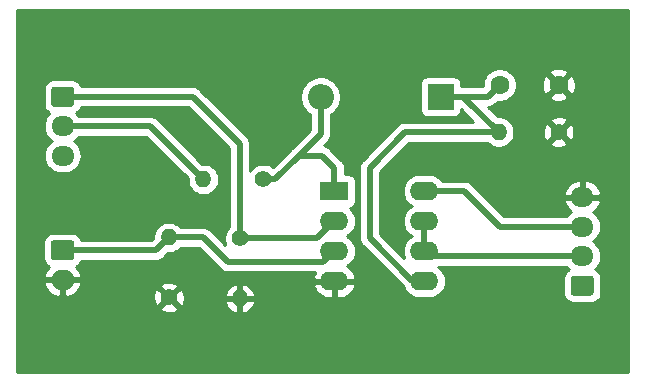
<source format=gbr>
%TF.GenerationSoftware,KiCad,Pcbnew,5.1.10-88a1d61d58~90~ubuntu20.04.1*%
%TF.CreationDate,2022-03-31T22:16:58+01:00*%
%TF.ProjectId,piezo_amplifier,7069657a-6f5f-4616-9d70-6c6966696572,rev?*%
%TF.SameCoordinates,Original*%
%TF.FileFunction,Copper,L2,Bot*%
%TF.FilePolarity,Positive*%
%FSLAX46Y46*%
G04 Gerber Fmt 4.6, Leading zero omitted, Abs format (unit mm)*
G04 Created by KiCad (PCBNEW 5.1.10-88a1d61d58~90~ubuntu20.04.1) date 2022-03-31 22:16:58*
%MOMM*%
%LPD*%
G01*
G04 APERTURE LIST*
%TA.AperFunction,ComponentPad*%
%ADD10C,1.400000*%
%TD*%
%TA.AperFunction,ComponentPad*%
%ADD11O,1.400000X1.400000*%
%TD*%
%TA.AperFunction,ComponentPad*%
%ADD12C,1.600000*%
%TD*%
%TA.AperFunction,ComponentPad*%
%ADD13R,2.200000X2.200000*%
%TD*%
%TA.AperFunction,ComponentPad*%
%ADD14O,2.200000X2.200000*%
%TD*%
%TA.AperFunction,ComponentPad*%
%ADD15O,2.000000X1.700000*%
%TD*%
%TA.AperFunction,ComponentPad*%
%ADD16O,1.950000X1.700000*%
%TD*%
%TA.AperFunction,ComponentPad*%
%ADD17R,2.400000X1.600000*%
%TD*%
%TA.AperFunction,ComponentPad*%
%ADD18O,2.400000X1.600000*%
%TD*%
%TA.AperFunction,Conductor*%
%ADD19C,0.500000*%
%TD*%
%TA.AperFunction,Conductor*%
%ADD20C,0.254000*%
%TD*%
%TA.AperFunction,Conductor*%
%ADD21C,0.100000*%
%TD*%
G04 APERTURE END LIST*
D10*
%TO.P,R3,1*%
%TO.N,Net-(D1-Pad2)*%
X97000000Y-117000000D03*
D11*
%TO.P,R3,2*%
%TO.N,Net-(R3-Pad2)*%
X91920000Y-117000000D03*
%TD*%
D12*
%TO.P,C1,1*%
%TO.N,GND*%
X122000000Y-109000000D03*
%TO.P,C1,2*%
%TO.N,Net-(C1-Pad2)*%
X117000000Y-109000000D03*
%TD*%
D13*
%TO.P,D1,1*%
%TO.N,Net-(C1-Pad2)*%
X112000000Y-110000000D03*
D14*
%TO.P,D1,2*%
%TO.N,Net-(D1-Pad2)*%
X101840000Y-110000000D03*
%TD*%
%TO.P,J1,1*%
%TO.N,Net-(J1-Pad1)*%
%TA.AperFunction,ComponentPad*%
G36*
G01*
X79250000Y-122150000D02*
X80750000Y-122150000D01*
G75*
G02*
X81000000Y-122400000I0J-250000D01*
G01*
X81000000Y-123600000D01*
G75*
G02*
X80750000Y-123850000I-250000J0D01*
G01*
X79250000Y-123850000D01*
G75*
G02*
X79000000Y-123600000I0J250000D01*
G01*
X79000000Y-122400000D01*
G75*
G02*
X79250000Y-122150000I250000J0D01*
G01*
G37*
%TD.AperFunction*%
D15*
%TO.P,J1,2*%
%TO.N,GND*%
X80000000Y-125500000D03*
%TD*%
%TO.P,J2,1*%
%TO.N,Net-(J2-Pad1)*%
%TA.AperFunction,ComponentPad*%
G36*
G01*
X124725000Y-126850000D02*
X123275000Y-126850000D01*
G75*
G02*
X123025000Y-126600000I0J250000D01*
G01*
X123025000Y-125400000D01*
G75*
G02*
X123275000Y-125150000I250000J0D01*
G01*
X124725000Y-125150000D01*
G75*
G02*
X124975000Y-125400000I0J-250000D01*
G01*
X124975000Y-126600000D01*
G75*
G02*
X124725000Y-126850000I-250000J0D01*
G01*
G37*
%TD.AperFunction*%
D16*
%TO.P,J2,2*%
%TO.N,Net-(J2-Pad2)*%
X124000000Y-123500000D03*
%TO.P,J2,3*%
%TO.N,+5V*%
X124000000Y-121000000D03*
%TO.P,J2,4*%
%TO.N,GND*%
X124000000Y-118500000D03*
%TD*%
D11*
%TO.P,R1,2*%
%TO.N,Net-(J1-Pad1)*%
X89000000Y-121920000D03*
D10*
%TO.P,R1,1*%
%TO.N,GND*%
X89000000Y-127000000D03*
%TD*%
%TO.P,R2,1*%
%TO.N,Net-(R2-Pad1)*%
X95000000Y-122000000D03*
D11*
%TO.P,R2,2*%
%TO.N,GND*%
X95000000Y-127080000D03*
%TD*%
%TO.P,R4,2*%
%TO.N,Net-(C1-Pad2)*%
X116920000Y-113000000D03*
D10*
%TO.P,R4,1*%
%TO.N,GND*%
X122000000Y-113000000D03*
%TD*%
%TO.P,RV1,1*%
%TO.N,Net-(R2-Pad1)*%
%TA.AperFunction,ComponentPad*%
G36*
G01*
X79275000Y-109150000D02*
X80725000Y-109150000D01*
G75*
G02*
X80975000Y-109400000I0J-250000D01*
G01*
X80975000Y-110600000D01*
G75*
G02*
X80725000Y-110850000I-250000J0D01*
G01*
X79275000Y-110850000D01*
G75*
G02*
X79025000Y-110600000I0J250000D01*
G01*
X79025000Y-109400000D01*
G75*
G02*
X79275000Y-109150000I250000J0D01*
G01*
G37*
%TD.AperFunction*%
D16*
%TO.P,RV1,2*%
%TO.N,Net-(R3-Pad2)*%
X80000000Y-112500000D03*
%TO.P,RV1,3*%
%TO.N,Net-(RV1-Pad3)*%
X80000000Y-115000000D03*
%TD*%
D17*
%TO.P,U1,1*%
%TO.N,Net-(D1-Pad2)*%
X103000000Y-118000000D03*
D18*
%TO.P,U1,5*%
%TO.N,Net-(C1-Pad2)*%
X110620000Y-125620000D03*
%TO.P,U1,2*%
%TO.N,Net-(R2-Pad1)*%
X103000000Y-120540000D03*
%TO.P,U1,6*%
%TO.N,Net-(J2-Pad2)*%
X110620000Y-123080000D03*
%TO.P,U1,3*%
%TO.N,Net-(J1-Pad1)*%
X103000000Y-123080000D03*
%TO.P,U1,7*%
%TO.N,Net-(J2-Pad2)*%
X110620000Y-120540000D03*
%TO.P,U1,4*%
%TO.N,GND*%
X103000000Y-125620000D03*
%TO.P,U1,8*%
%TO.N,+5V*%
X110620000Y-118000000D03*
%TD*%
D19*
%TO.N,Net-(C1-Pad2)*%
X116000000Y-110000000D02*
X117000000Y-109000000D01*
X114000000Y-110080000D02*
X116920000Y-113000000D01*
X114000000Y-110000000D02*
X114000000Y-110080000D01*
X112000000Y-110000000D02*
X114000000Y-110000000D01*
X114000000Y-110000000D02*
X116000000Y-110000000D01*
X116920000Y-113000000D02*
X109000000Y-113000000D01*
X109000000Y-113000000D02*
X106000000Y-116000000D01*
X106000000Y-116000000D02*
X106000000Y-122000000D01*
X109620000Y-125620000D02*
X110620000Y-125620000D01*
X106000000Y-122000000D02*
X109620000Y-125620000D01*
%TO.N,Net-(D1-Pad2)*%
X97000000Y-117000000D02*
X98000000Y-117000000D01*
X101840000Y-113160000D02*
X101840000Y-110000000D01*
X98000000Y-117000000D02*
X100000000Y-115000000D01*
X100000000Y-115000000D02*
X102000000Y-115000000D01*
X100000000Y-115000000D02*
X101840000Y-113160000D01*
X102000000Y-115000000D02*
X103000000Y-116000000D01*
X103000000Y-116000000D02*
X103000000Y-118000000D01*
%TO.N,Net-(J1-Pad1)*%
X102080000Y-124000000D02*
X103000000Y-123080000D01*
X94000000Y-124000000D02*
X102080000Y-124000000D01*
X91920000Y-121920000D02*
X94000000Y-124000000D01*
X89000000Y-121920000D02*
X91920000Y-121920000D01*
X87920000Y-123000000D02*
X89000000Y-121920000D01*
X80000000Y-123000000D02*
X87920000Y-123000000D01*
%TO.N,Net-(J2-Pad2)*%
X111040000Y-123500000D02*
X110620000Y-123080000D01*
X124000000Y-123500000D02*
X111040000Y-123500000D01*
X110620000Y-120540000D02*
X110620000Y-123080000D01*
%TO.N,+5V*%
X124000000Y-121000000D02*
X117000000Y-121000000D01*
X114000000Y-118000000D02*
X110620000Y-118000000D01*
X117000000Y-121000000D02*
X114000000Y-118000000D01*
%TO.N,Net-(R2-Pad1)*%
X101540000Y-122000000D02*
X103000000Y-120540000D01*
X95000000Y-122000000D02*
X101540000Y-122000000D01*
X95000000Y-114000000D02*
X95000000Y-122000000D01*
X91000000Y-110000000D02*
X95000000Y-114000000D01*
X80000000Y-110000000D02*
X91000000Y-110000000D01*
%TO.N,Net-(R3-Pad2)*%
X87420000Y-112500000D02*
X91920000Y-117000000D01*
X80000000Y-112500000D02*
X87420000Y-112500000D01*
%TD*%
D20*
%TO.N,GND*%
X127873000Y-133340000D02*
X76127000Y-133340000D01*
X76127000Y-127921269D01*
X88258336Y-127921269D01*
X88317797Y-128155037D01*
X88556242Y-128265934D01*
X88811740Y-128328183D01*
X89074473Y-128339390D01*
X89334344Y-128299125D01*
X89581366Y-128208935D01*
X89682203Y-128155037D01*
X89741664Y-127921269D01*
X89000000Y-127179605D01*
X88258336Y-127921269D01*
X76127000Y-127921269D01*
X76127000Y-127074473D01*
X87660610Y-127074473D01*
X87700875Y-127334344D01*
X87791065Y-127581366D01*
X87844963Y-127682203D01*
X88078731Y-127741664D01*
X88820395Y-127000000D01*
X89179605Y-127000000D01*
X89921269Y-127741664D01*
X90155037Y-127682203D01*
X90265934Y-127443758D01*
X90273347Y-127413330D01*
X93707278Y-127413330D01*
X93797147Y-127659123D01*
X93933241Y-127882660D01*
X94110330Y-128075351D01*
X94321608Y-128229792D01*
X94558956Y-128340047D01*
X94666671Y-128372716D01*
X94873000Y-128249374D01*
X94873000Y-127207000D01*
X95127000Y-127207000D01*
X95127000Y-128249374D01*
X95333329Y-128372716D01*
X95441044Y-128340047D01*
X95678392Y-128229792D01*
X95889670Y-128075351D01*
X96066759Y-127882660D01*
X96202853Y-127659123D01*
X96292722Y-127413330D01*
X96170201Y-127207000D01*
X95127000Y-127207000D01*
X94873000Y-127207000D01*
X93829799Y-127207000D01*
X93707278Y-127413330D01*
X90273347Y-127413330D01*
X90328183Y-127188260D01*
X90339390Y-126925527D01*
X90311678Y-126746670D01*
X93707278Y-126746670D01*
X93829799Y-126953000D01*
X94873000Y-126953000D01*
X94873000Y-125910626D01*
X95127000Y-125910626D01*
X95127000Y-126953000D01*
X96170201Y-126953000D01*
X96292722Y-126746670D01*
X96202853Y-126500877D01*
X96066759Y-126277340D01*
X95889670Y-126084649D01*
X95731514Y-125969039D01*
X101208096Y-125969039D01*
X101225633Y-126051818D01*
X101336285Y-126311646D01*
X101495500Y-126544895D01*
X101697161Y-126742601D01*
X101933517Y-126897166D01*
X102195486Y-127002650D01*
X102473000Y-127055000D01*
X102873000Y-127055000D01*
X102873000Y-125747000D01*
X103127000Y-125747000D01*
X103127000Y-127055000D01*
X103527000Y-127055000D01*
X103804514Y-127002650D01*
X104066483Y-126897166D01*
X104302839Y-126742601D01*
X104504500Y-126544895D01*
X104663715Y-126311646D01*
X104774367Y-126051818D01*
X104791904Y-125969039D01*
X104669915Y-125747000D01*
X103127000Y-125747000D01*
X102873000Y-125747000D01*
X101330085Y-125747000D01*
X101208096Y-125969039D01*
X95731514Y-125969039D01*
X95678392Y-125930208D01*
X95441044Y-125819953D01*
X95333329Y-125787284D01*
X95127000Y-125910626D01*
X94873000Y-125910626D01*
X94666671Y-125787284D01*
X94558956Y-125819953D01*
X94321608Y-125930208D01*
X94110330Y-126084649D01*
X93933241Y-126277340D01*
X93797147Y-126500877D01*
X93707278Y-126746670D01*
X90311678Y-126746670D01*
X90299125Y-126665656D01*
X90208935Y-126418634D01*
X90155037Y-126317797D01*
X89921269Y-126258336D01*
X89179605Y-127000000D01*
X88820395Y-127000000D01*
X88078731Y-126258336D01*
X87844963Y-126317797D01*
X87734066Y-126556242D01*
X87671817Y-126811740D01*
X87660610Y-127074473D01*
X76127000Y-127074473D01*
X76127000Y-125856890D01*
X78408524Y-125856890D01*
X78410446Y-125869261D01*
X78510146Y-126143009D01*
X78661336Y-126392046D01*
X78858205Y-126606802D01*
X79093188Y-126779025D01*
X79357255Y-126902096D01*
X79640258Y-126971285D01*
X79873000Y-126827232D01*
X79873000Y-125627000D01*
X80127000Y-125627000D01*
X80127000Y-126827232D01*
X80359742Y-126971285D01*
X80642745Y-126902096D01*
X80906812Y-126779025D01*
X81141795Y-126606802D01*
X81338664Y-126392046D01*
X81489854Y-126143009D01*
X81513264Y-126078731D01*
X88258336Y-126078731D01*
X89000000Y-126820395D01*
X89741664Y-126078731D01*
X89682203Y-125844963D01*
X89443758Y-125734066D01*
X89188260Y-125671817D01*
X88925527Y-125660610D01*
X88665656Y-125700875D01*
X88418634Y-125791065D01*
X88317797Y-125844963D01*
X88258336Y-126078731D01*
X81513264Y-126078731D01*
X81589554Y-125869261D01*
X81591476Y-125856890D01*
X81470155Y-125627000D01*
X80127000Y-125627000D01*
X79873000Y-125627000D01*
X78529845Y-125627000D01*
X78408524Y-125856890D01*
X76127000Y-125856890D01*
X76127000Y-122400000D01*
X78361928Y-122400000D01*
X78361928Y-123600000D01*
X78378992Y-123773254D01*
X78429528Y-123939850D01*
X78511595Y-124093386D01*
X78622038Y-124227962D01*
X78756614Y-124338405D01*
X78858593Y-124392914D01*
X78858205Y-124393198D01*
X78661336Y-124607954D01*
X78510146Y-124856991D01*
X78410446Y-125130739D01*
X78408524Y-125143110D01*
X78529845Y-125373000D01*
X79873000Y-125373000D01*
X79873000Y-125353000D01*
X80127000Y-125353000D01*
X80127000Y-125373000D01*
X81470155Y-125373000D01*
X81591476Y-125143110D01*
X81589554Y-125130739D01*
X81489854Y-124856991D01*
X81338664Y-124607954D01*
X81141795Y-124393198D01*
X81141407Y-124392914D01*
X81243386Y-124338405D01*
X81377962Y-124227962D01*
X81488405Y-124093386D01*
X81570472Y-123939850D01*
X81587110Y-123885000D01*
X87876531Y-123885000D01*
X87920000Y-123889281D01*
X87963469Y-123885000D01*
X87963477Y-123885000D01*
X88093490Y-123872195D01*
X88260313Y-123821589D01*
X88414059Y-123739411D01*
X88548817Y-123628817D01*
X88576534Y-123595044D01*
X88916578Y-123255000D01*
X89131486Y-123255000D01*
X89389405Y-123203696D01*
X89632359Y-123103061D01*
X89851013Y-122956962D01*
X90002975Y-122805000D01*
X91553422Y-122805000D01*
X93343470Y-124595049D01*
X93371183Y-124628817D01*
X93404951Y-124656530D01*
X93404953Y-124656532D01*
X93451954Y-124695105D01*
X93505941Y-124739411D01*
X93659687Y-124821589D01*
X93826510Y-124872195D01*
X93956523Y-124885000D01*
X93956533Y-124885000D01*
X93999999Y-124889281D01*
X94043465Y-124885000D01*
X101365878Y-124885000D01*
X101336285Y-124928354D01*
X101225633Y-125188182D01*
X101208096Y-125270961D01*
X101330085Y-125493000D01*
X102873000Y-125493000D01*
X102873000Y-125473000D01*
X103127000Y-125473000D01*
X103127000Y-125493000D01*
X104669915Y-125493000D01*
X104791904Y-125270961D01*
X104774367Y-125188182D01*
X104663715Y-124928354D01*
X104504500Y-124695105D01*
X104302839Y-124497399D01*
X104073259Y-124347265D01*
X104201101Y-124278932D01*
X104419608Y-124099608D01*
X104598932Y-123881101D01*
X104732182Y-123631808D01*
X104814236Y-123361309D01*
X104841943Y-123080000D01*
X104814236Y-122798691D01*
X104732182Y-122528192D01*
X104598932Y-122278899D01*
X104419608Y-122060392D01*
X104201101Y-121881068D01*
X104068142Y-121810000D01*
X104201101Y-121738932D01*
X104419608Y-121559608D01*
X104598932Y-121341101D01*
X104732182Y-121091808D01*
X104814236Y-120821309D01*
X104841943Y-120540000D01*
X104814236Y-120258691D01*
X104732182Y-119988192D01*
X104598932Y-119738899D01*
X104419608Y-119520392D01*
X104306518Y-119427581D01*
X104324482Y-119425812D01*
X104444180Y-119389502D01*
X104554494Y-119330537D01*
X104651185Y-119251185D01*
X104730537Y-119154494D01*
X104789502Y-119044180D01*
X104825812Y-118924482D01*
X104838072Y-118800000D01*
X104838072Y-117200000D01*
X104825812Y-117075518D01*
X104789502Y-116955820D01*
X104730537Y-116845506D01*
X104651185Y-116748815D01*
X104554494Y-116669463D01*
X104444180Y-116610498D01*
X104324482Y-116574188D01*
X104200000Y-116561928D01*
X103885000Y-116561928D01*
X103885000Y-116043469D01*
X103889281Y-116000000D01*
X105110719Y-116000000D01*
X105115000Y-116043469D01*
X105115001Y-121956521D01*
X105110719Y-122000000D01*
X105127805Y-122173490D01*
X105178412Y-122340313D01*
X105260590Y-122494059D01*
X105343468Y-122595046D01*
X105343471Y-122595049D01*
X105371184Y-122628817D01*
X105404951Y-122656529D01*
X108873705Y-126125284D01*
X108887818Y-126171808D01*
X109021068Y-126421101D01*
X109200392Y-126639608D01*
X109418899Y-126818932D01*
X109668192Y-126952182D01*
X109938691Y-127034236D01*
X110149508Y-127055000D01*
X111090492Y-127055000D01*
X111301309Y-127034236D01*
X111571808Y-126952182D01*
X111821101Y-126818932D01*
X112039608Y-126639608D01*
X112218932Y-126421101D01*
X112352182Y-126171808D01*
X112434236Y-125901309D01*
X112461943Y-125620000D01*
X112434236Y-125338691D01*
X112352182Y-125068192D01*
X112218932Y-124818899D01*
X112039608Y-124600392D01*
X111821101Y-124421068D01*
X111753623Y-124385000D01*
X122680241Y-124385000D01*
X122819866Y-124555134D01*
X122883337Y-124607223D01*
X122781614Y-124661595D01*
X122647038Y-124772038D01*
X122536595Y-124906614D01*
X122454528Y-125060150D01*
X122403992Y-125226746D01*
X122386928Y-125400000D01*
X122386928Y-126600000D01*
X122403992Y-126773254D01*
X122454528Y-126939850D01*
X122536595Y-127093386D01*
X122647038Y-127227962D01*
X122781614Y-127338405D01*
X122935150Y-127420472D01*
X123101746Y-127471008D01*
X123275000Y-127488072D01*
X124725000Y-127488072D01*
X124898254Y-127471008D01*
X125064850Y-127420472D01*
X125218386Y-127338405D01*
X125352962Y-127227962D01*
X125463405Y-127093386D01*
X125545472Y-126939850D01*
X125596008Y-126773254D01*
X125613072Y-126600000D01*
X125613072Y-125400000D01*
X125596008Y-125226746D01*
X125545472Y-125060150D01*
X125463405Y-124906614D01*
X125352962Y-124772038D01*
X125218386Y-124661595D01*
X125116663Y-124607223D01*
X125180134Y-124555134D01*
X125365706Y-124329014D01*
X125503599Y-124071034D01*
X125588513Y-123791111D01*
X125617185Y-123500000D01*
X125588513Y-123208889D01*
X125503599Y-122928966D01*
X125365706Y-122670986D01*
X125180134Y-122444866D01*
X124954014Y-122259294D01*
X124936626Y-122250000D01*
X124954014Y-122240706D01*
X125180134Y-122055134D01*
X125365706Y-121829014D01*
X125503599Y-121571034D01*
X125588513Y-121291111D01*
X125617185Y-121000000D01*
X125588513Y-120708889D01*
X125503599Y-120428966D01*
X125365706Y-120170986D01*
X125180134Y-119944866D01*
X124954014Y-119759294D01*
X124928278Y-119745538D01*
X125134429Y-119589049D01*
X125327496Y-119371193D01*
X125474352Y-119119858D01*
X125566476Y-118856890D01*
X125445155Y-118627000D01*
X124127000Y-118627000D01*
X124127000Y-118647000D01*
X123873000Y-118647000D01*
X123873000Y-118627000D01*
X122554845Y-118627000D01*
X122433524Y-118856890D01*
X122525648Y-119119858D01*
X122672504Y-119371193D01*
X122865571Y-119589049D01*
X123071722Y-119745538D01*
X123045986Y-119759294D01*
X122819866Y-119944866D01*
X122680241Y-120115000D01*
X117366579Y-120115000D01*
X115394689Y-118143110D01*
X122433524Y-118143110D01*
X122554845Y-118373000D01*
X123873000Y-118373000D01*
X123873000Y-117173835D01*
X124127000Y-117173835D01*
X124127000Y-118373000D01*
X125445155Y-118373000D01*
X125566476Y-118143110D01*
X125474352Y-117880142D01*
X125327496Y-117628807D01*
X125134429Y-117410951D01*
X124902570Y-117234947D01*
X124640830Y-117107558D01*
X124359267Y-117033680D01*
X124127000Y-117173835D01*
X123873000Y-117173835D01*
X123640733Y-117033680D01*
X123359170Y-117107558D01*
X123097430Y-117234947D01*
X122865571Y-117410951D01*
X122672504Y-117628807D01*
X122525648Y-117880142D01*
X122433524Y-118143110D01*
X115394689Y-118143110D01*
X114656534Y-117404956D01*
X114628817Y-117371183D01*
X114494059Y-117260589D01*
X114340313Y-117178411D01*
X114173490Y-117127805D01*
X114043477Y-117115000D01*
X114043469Y-117115000D01*
X114000000Y-117110719D01*
X113956531Y-117115000D01*
X112150078Y-117115000D01*
X112039608Y-116980392D01*
X111821101Y-116801068D01*
X111571808Y-116667818D01*
X111301309Y-116585764D01*
X111090492Y-116565000D01*
X110149508Y-116565000D01*
X109938691Y-116585764D01*
X109668192Y-116667818D01*
X109418899Y-116801068D01*
X109200392Y-116980392D01*
X109021068Y-117198899D01*
X108887818Y-117448192D01*
X108805764Y-117718691D01*
X108778057Y-118000000D01*
X108805764Y-118281309D01*
X108887818Y-118551808D01*
X109021068Y-118801101D01*
X109200392Y-119019608D01*
X109418899Y-119198932D01*
X109551858Y-119270000D01*
X109418899Y-119341068D01*
X109200392Y-119520392D01*
X109021068Y-119738899D01*
X108887818Y-119988192D01*
X108805764Y-120258691D01*
X108778057Y-120540000D01*
X108805764Y-120821309D01*
X108887818Y-121091808D01*
X109021068Y-121341101D01*
X109200392Y-121559608D01*
X109418899Y-121738932D01*
X109551858Y-121810000D01*
X109418899Y-121881068D01*
X109200392Y-122060392D01*
X109021068Y-122278899D01*
X108887818Y-122528192D01*
X108805764Y-122798691D01*
X108778057Y-123080000D01*
X108805764Y-123361309D01*
X108887818Y-123631808D01*
X108892906Y-123641328D01*
X106885000Y-121633422D01*
X106885000Y-116366578D01*
X109366579Y-113885000D01*
X115917025Y-113885000D01*
X116068987Y-114036962D01*
X116287641Y-114183061D01*
X116530595Y-114283696D01*
X116788514Y-114335000D01*
X117051486Y-114335000D01*
X117309405Y-114283696D01*
X117552359Y-114183061D01*
X117771013Y-114036962D01*
X117886706Y-113921269D01*
X121258336Y-113921269D01*
X121317797Y-114155037D01*
X121556242Y-114265934D01*
X121811740Y-114328183D01*
X122074473Y-114339390D01*
X122334344Y-114299125D01*
X122581366Y-114208935D01*
X122682203Y-114155037D01*
X122741664Y-113921269D01*
X122000000Y-113179605D01*
X121258336Y-113921269D01*
X117886706Y-113921269D01*
X117956962Y-113851013D01*
X118103061Y-113632359D01*
X118203696Y-113389405D01*
X118255000Y-113131486D01*
X118255000Y-113074473D01*
X120660610Y-113074473D01*
X120700875Y-113334344D01*
X120791065Y-113581366D01*
X120844963Y-113682203D01*
X121078731Y-113741664D01*
X121820395Y-113000000D01*
X122179605Y-113000000D01*
X122921269Y-113741664D01*
X123155037Y-113682203D01*
X123265934Y-113443758D01*
X123328183Y-113188260D01*
X123339390Y-112925527D01*
X123299125Y-112665656D01*
X123208935Y-112418634D01*
X123155037Y-112317797D01*
X122921269Y-112258336D01*
X122179605Y-113000000D01*
X121820395Y-113000000D01*
X121078731Y-112258336D01*
X120844963Y-112317797D01*
X120734066Y-112556242D01*
X120671817Y-112811740D01*
X120660610Y-113074473D01*
X118255000Y-113074473D01*
X118255000Y-112868514D01*
X118203696Y-112610595D01*
X118103061Y-112367641D01*
X117956962Y-112148987D01*
X117886706Y-112078731D01*
X121258336Y-112078731D01*
X122000000Y-112820395D01*
X122741664Y-112078731D01*
X122682203Y-111844963D01*
X122443758Y-111734066D01*
X122188260Y-111671817D01*
X121925527Y-111660610D01*
X121665656Y-111700875D01*
X121418634Y-111791065D01*
X121317797Y-111844963D01*
X121258336Y-112078731D01*
X117886706Y-112078731D01*
X117771013Y-111963038D01*
X117552359Y-111816939D01*
X117309405Y-111716304D01*
X117051486Y-111665000D01*
X116836579Y-111665000D01*
X116055404Y-110883825D01*
X116173490Y-110872195D01*
X116340313Y-110821589D01*
X116494059Y-110739411D01*
X116628817Y-110628817D01*
X116656534Y-110595044D01*
X116823561Y-110428017D01*
X116858665Y-110435000D01*
X117141335Y-110435000D01*
X117418574Y-110379853D01*
X117679727Y-110271680D01*
X117914759Y-110114637D01*
X118036694Y-109992702D01*
X121186903Y-109992702D01*
X121258486Y-110236671D01*
X121513996Y-110357571D01*
X121788184Y-110426300D01*
X122070512Y-110440217D01*
X122350130Y-110398787D01*
X122616292Y-110303603D01*
X122741514Y-110236671D01*
X122813097Y-109992702D01*
X122000000Y-109179605D01*
X121186903Y-109992702D01*
X118036694Y-109992702D01*
X118114637Y-109914759D01*
X118271680Y-109679727D01*
X118379853Y-109418574D01*
X118435000Y-109141335D01*
X118435000Y-109070512D01*
X120559783Y-109070512D01*
X120601213Y-109350130D01*
X120696397Y-109616292D01*
X120763329Y-109741514D01*
X121007298Y-109813097D01*
X121820395Y-109000000D01*
X122179605Y-109000000D01*
X122992702Y-109813097D01*
X123236671Y-109741514D01*
X123357571Y-109486004D01*
X123426300Y-109211816D01*
X123440217Y-108929488D01*
X123398787Y-108649870D01*
X123303603Y-108383708D01*
X123236671Y-108258486D01*
X122992702Y-108186903D01*
X122179605Y-109000000D01*
X121820395Y-109000000D01*
X121007298Y-108186903D01*
X120763329Y-108258486D01*
X120642429Y-108513996D01*
X120573700Y-108788184D01*
X120559783Y-109070512D01*
X118435000Y-109070512D01*
X118435000Y-108858665D01*
X118379853Y-108581426D01*
X118271680Y-108320273D01*
X118114637Y-108085241D01*
X118036694Y-108007298D01*
X121186903Y-108007298D01*
X122000000Y-108820395D01*
X122813097Y-108007298D01*
X122741514Y-107763329D01*
X122486004Y-107642429D01*
X122211816Y-107573700D01*
X121929488Y-107559783D01*
X121649870Y-107601213D01*
X121383708Y-107696397D01*
X121258486Y-107763329D01*
X121186903Y-108007298D01*
X118036694Y-108007298D01*
X117914759Y-107885363D01*
X117679727Y-107728320D01*
X117418574Y-107620147D01*
X117141335Y-107565000D01*
X116858665Y-107565000D01*
X116581426Y-107620147D01*
X116320273Y-107728320D01*
X116085241Y-107885363D01*
X115885363Y-108085241D01*
X115728320Y-108320273D01*
X115620147Y-108581426D01*
X115565000Y-108858665D01*
X115565000Y-109115000D01*
X114043476Y-109115000D01*
X114000000Y-109110718D01*
X113956523Y-109115000D01*
X113738072Y-109115000D01*
X113738072Y-108900000D01*
X113725812Y-108775518D01*
X113689502Y-108655820D01*
X113630537Y-108545506D01*
X113551185Y-108448815D01*
X113454494Y-108369463D01*
X113344180Y-108310498D01*
X113224482Y-108274188D01*
X113100000Y-108261928D01*
X110900000Y-108261928D01*
X110775518Y-108274188D01*
X110655820Y-108310498D01*
X110545506Y-108369463D01*
X110448815Y-108448815D01*
X110369463Y-108545506D01*
X110310498Y-108655820D01*
X110274188Y-108775518D01*
X110261928Y-108900000D01*
X110261928Y-111100000D01*
X110274188Y-111224482D01*
X110310498Y-111344180D01*
X110369463Y-111454494D01*
X110448815Y-111551185D01*
X110545506Y-111630537D01*
X110655820Y-111689502D01*
X110775518Y-111725812D01*
X110900000Y-111738072D01*
X113100000Y-111738072D01*
X113224482Y-111725812D01*
X113344180Y-111689502D01*
X113454494Y-111630537D01*
X113551185Y-111551185D01*
X113630537Y-111454494D01*
X113689502Y-111344180D01*
X113725812Y-111224482D01*
X113738072Y-111100000D01*
X113738072Y-111069650D01*
X114783422Y-112115000D01*
X109043469Y-112115000D01*
X109000000Y-112110719D01*
X108956531Y-112115000D01*
X108956523Y-112115000D01*
X108826510Y-112127805D01*
X108659686Y-112178411D01*
X108505941Y-112260589D01*
X108404953Y-112343468D01*
X108404951Y-112343470D01*
X108371183Y-112371183D01*
X108343470Y-112404951D01*
X105404956Y-115343466D01*
X105371183Y-115371183D01*
X105260589Y-115505942D01*
X105178411Y-115659688D01*
X105154227Y-115739410D01*
X105130709Y-115816939D01*
X105127805Y-115826511D01*
X105115000Y-115956524D01*
X105115000Y-115956531D01*
X105110719Y-116000000D01*
X103889281Y-116000000D01*
X103885000Y-115956531D01*
X103885000Y-115956523D01*
X103872195Y-115826510D01*
X103869292Y-115816939D01*
X103821589Y-115659686D01*
X103739411Y-115505941D01*
X103656532Y-115404953D01*
X103656530Y-115404951D01*
X103628817Y-115371183D01*
X103595050Y-115343471D01*
X102656532Y-114404954D01*
X102628817Y-114371183D01*
X102494059Y-114260589D01*
X102340313Y-114178411D01*
X102173490Y-114127805D01*
X102128231Y-114123347D01*
X102435050Y-113816529D01*
X102468817Y-113788817D01*
X102579411Y-113654059D01*
X102661589Y-113500313D01*
X102712195Y-113333490D01*
X102725000Y-113203477D01*
X102725000Y-113203469D01*
X102729281Y-113160000D01*
X102725000Y-113116531D01*
X102725000Y-111495329D01*
X102945998Y-111347663D01*
X103187663Y-111105998D01*
X103377537Y-110821831D01*
X103508325Y-110506081D01*
X103575000Y-110170883D01*
X103575000Y-109829117D01*
X103508325Y-109493919D01*
X103377537Y-109178169D01*
X103187663Y-108894002D01*
X102945998Y-108652337D01*
X102661831Y-108462463D01*
X102346081Y-108331675D01*
X102010883Y-108265000D01*
X101669117Y-108265000D01*
X101333919Y-108331675D01*
X101018169Y-108462463D01*
X100734002Y-108652337D01*
X100492337Y-108894002D01*
X100302463Y-109178169D01*
X100171675Y-109493919D01*
X100105000Y-109829117D01*
X100105000Y-110170883D01*
X100171675Y-110506081D01*
X100302463Y-110821831D01*
X100492337Y-111105998D01*
X100734002Y-111347663D01*
X100955001Y-111495329D01*
X100955000Y-112793421D01*
X99404958Y-114343464D01*
X99404953Y-114343468D01*
X99404951Y-114343470D01*
X99371183Y-114371183D01*
X99343470Y-114404951D01*
X97811671Y-115936751D01*
X97632359Y-115816939D01*
X97389405Y-115716304D01*
X97131486Y-115665000D01*
X96868514Y-115665000D01*
X96610595Y-115716304D01*
X96367641Y-115816939D01*
X96148987Y-115963038D01*
X95963038Y-116148987D01*
X95885000Y-116265780D01*
X95885000Y-114043465D01*
X95889281Y-113999999D01*
X95885000Y-113956533D01*
X95885000Y-113956523D01*
X95872195Y-113826510D01*
X95821589Y-113659687D01*
X95739411Y-113505941D01*
X95628817Y-113371183D01*
X95595050Y-113343472D01*
X91656532Y-109404954D01*
X91628817Y-109371183D01*
X91494059Y-109260589D01*
X91340313Y-109178411D01*
X91173490Y-109127805D01*
X91043477Y-109115000D01*
X91043469Y-109115000D01*
X91000000Y-109110719D01*
X90956531Y-109115000D01*
X81562110Y-109115000D01*
X81545472Y-109060150D01*
X81463405Y-108906614D01*
X81352962Y-108772038D01*
X81218386Y-108661595D01*
X81064850Y-108579528D01*
X80898254Y-108528992D01*
X80725000Y-108511928D01*
X79275000Y-108511928D01*
X79101746Y-108528992D01*
X78935150Y-108579528D01*
X78781614Y-108661595D01*
X78647038Y-108772038D01*
X78536595Y-108906614D01*
X78454528Y-109060150D01*
X78403992Y-109226746D01*
X78386928Y-109400000D01*
X78386928Y-110600000D01*
X78403992Y-110773254D01*
X78454528Y-110939850D01*
X78536595Y-111093386D01*
X78647038Y-111227962D01*
X78781614Y-111338405D01*
X78883337Y-111392777D01*
X78819866Y-111444866D01*
X78634294Y-111670986D01*
X78496401Y-111928966D01*
X78411487Y-112208889D01*
X78382815Y-112500000D01*
X78411487Y-112791111D01*
X78496401Y-113071034D01*
X78634294Y-113329014D01*
X78819866Y-113555134D01*
X79045986Y-113740706D01*
X79063374Y-113750000D01*
X79045986Y-113759294D01*
X78819866Y-113944866D01*
X78634294Y-114170986D01*
X78496401Y-114428966D01*
X78411487Y-114708889D01*
X78382815Y-115000000D01*
X78411487Y-115291111D01*
X78496401Y-115571034D01*
X78634294Y-115829014D01*
X78819866Y-116055134D01*
X79045986Y-116240706D01*
X79303966Y-116378599D01*
X79583889Y-116463513D01*
X79802050Y-116485000D01*
X80197950Y-116485000D01*
X80416111Y-116463513D01*
X80696034Y-116378599D01*
X80954014Y-116240706D01*
X81180134Y-116055134D01*
X81365706Y-115829014D01*
X81503599Y-115571034D01*
X81588513Y-115291111D01*
X81617185Y-115000000D01*
X81588513Y-114708889D01*
X81503599Y-114428966D01*
X81365706Y-114170986D01*
X81180134Y-113944866D01*
X80954014Y-113759294D01*
X80936626Y-113750000D01*
X80954014Y-113740706D01*
X81180134Y-113555134D01*
X81319759Y-113385000D01*
X87053422Y-113385000D01*
X90585000Y-116916579D01*
X90585000Y-117131486D01*
X90636304Y-117389405D01*
X90736939Y-117632359D01*
X90883038Y-117851013D01*
X91068987Y-118036962D01*
X91287641Y-118183061D01*
X91530595Y-118283696D01*
X91788514Y-118335000D01*
X92051486Y-118335000D01*
X92309405Y-118283696D01*
X92552359Y-118183061D01*
X92771013Y-118036962D01*
X92956962Y-117851013D01*
X93103061Y-117632359D01*
X93203696Y-117389405D01*
X93255000Y-117131486D01*
X93255000Y-116868514D01*
X93203696Y-116610595D01*
X93103061Y-116367641D01*
X92956962Y-116148987D01*
X92771013Y-115963038D01*
X92552359Y-115816939D01*
X92309405Y-115716304D01*
X92051486Y-115665000D01*
X91836579Y-115665000D01*
X88076534Y-111904956D01*
X88048817Y-111871183D01*
X87914059Y-111760589D01*
X87760313Y-111678411D01*
X87593490Y-111627805D01*
X87463477Y-111615000D01*
X87463469Y-111615000D01*
X87420000Y-111610719D01*
X87376531Y-111615000D01*
X81319759Y-111615000D01*
X81180134Y-111444866D01*
X81116663Y-111392777D01*
X81218386Y-111338405D01*
X81352962Y-111227962D01*
X81463405Y-111093386D01*
X81545472Y-110939850D01*
X81562110Y-110885000D01*
X90633422Y-110885000D01*
X94115000Y-114366579D01*
X94115001Y-120997024D01*
X93963038Y-121148987D01*
X93816939Y-121367641D01*
X93716304Y-121610595D01*
X93665000Y-121868514D01*
X93665000Y-122131486D01*
X93716304Y-122389405D01*
X93769564Y-122517985D01*
X92576534Y-121324956D01*
X92548817Y-121291183D01*
X92414059Y-121180589D01*
X92260313Y-121098411D01*
X92093490Y-121047805D01*
X91963477Y-121035000D01*
X91963469Y-121035000D01*
X91920000Y-121030719D01*
X91876531Y-121035000D01*
X90002975Y-121035000D01*
X89851013Y-120883038D01*
X89632359Y-120736939D01*
X89389405Y-120636304D01*
X89131486Y-120585000D01*
X88868514Y-120585000D01*
X88610595Y-120636304D01*
X88367641Y-120736939D01*
X88148987Y-120883038D01*
X87963038Y-121068987D01*
X87816939Y-121287641D01*
X87716304Y-121530595D01*
X87665000Y-121788514D01*
X87665000Y-122003422D01*
X87553422Y-122115000D01*
X81587110Y-122115000D01*
X81570472Y-122060150D01*
X81488405Y-121906614D01*
X81377962Y-121772038D01*
X81243386Y-121661595D01*
X81089850Y-121579528D01*
X80923254Y-121528992D01*
X80750000Y-121511928D01*
X79250000Y-121511928D01*
X79076746Y-121528992D01*
X78910150Y-121579528D01*
X78756614Y-121661595D01*
X78622038Y-121772038D01*
X78511595Y-121906614D01*
X78429528Y-122060150D01*
X78378992Y-122226746D01*
X78361928Y-122400000D01*
X76127000Y-122400000D01*
X76127000Y-102660000D01*
X127873000Y-102660000D01*
X127873000Y-133340000D01*
%TA.AperFunction,Conductor*%
D21*
G36*
X127873000Y-133340000D02*
G01*
X76127000Y-133340000D01*
X76127000Y-127921269D01*
X88258336Y-127921269D01*
X88317797Y-128155037D01*
X88556242Y-128265934D01*
X88811740Y-128328183D01*
X89074473Y-128339390D01*
X89334344Y-128299125D01*
X89581366Y-128208935D01*
X89682203Y-128155037D01*
X89741664Y-127921269D01*
X89000000Y-127179605D01*
X88258336Y-127921269D01*
X76127000Y-127921269D01*
X76127000Y-127074473D01*
X87660610Y-127074473D01*
X87700875Y-127334344D01*
X87791065Y-127581366D01*
X87844963Y-127682203D01*
X88078731Y-127741664D01*
X88820395Y-127000000D01*
X89179605Y-127000000D01*
X89921269Y-127741664D01*
X90155037Y-127682203D01*
X90265934Y-127443758D01*
X90273347Y-127413330D01*
X93707278Y-127413330D01*
X93797147Y-127659123D01*
X93933241Y-127882660D01*
X94110330Y-128075351D01*
X94321608Y-128229792D01*
X94558956Y-128340047D01*
X94666671Y-128372716D01*
X94873000Y-128249374D01*
X94873000Y-127207000D01*
X95127000Y-127207000D01*
X95127000Y-128249374D01*
X95333329Y-128372716D01*
X95441044Y-128340047D01*
X95678392Y-128229792D01*
X95889670Y-128075351D01*
X96066759Y-127882660D01*
X96202853Y-127659123D01*
X96292722Y-127413330D01*
X96170201Y-127207000D01*
X95127000Y-127207000D01*
X94873000Y-127207000D01*
X93829799Y-127207000D01*
X93707278Y-127413330D01*
X90273347Y-127413330D01*
X90328183Y-127188260D01*
X90339390Y-126925527D01*
X90311678Y-126746670D01*
X93707278Y-126746670D01*
X93829799Y-126953000D01*
X94873000Y-126953000D01*
X94873000Y-125910626D01*
X95127000Y-125910626D01*
X95127000Y-126953000D01*
X96170201Y-126953000D01*
X96292722Y-126746670D01*
X96202853Y-126500877D01*
X96066759Y-126277340D01*
X95889670Y-126084649D01*
X95731514Y-125969039D01*
X101208096Y-125969039D01*
X101225633Y-126051818D01*
X101336285Y-126311646D01*
X101495500Y-126544895D01*
X101697161Y-126742601D01*
X101933517Y-126897166D01*
X102195486Y-127002650D01*
X102473000Y-127055000D01*
X102873000Y-127055000D01*
X102873000Y-125747000D01*
X103127000Y-125747000D01*
X103127000Y-127055000D01*
X103527000Y-127055000D01*
X103804514Y-127002650D01*
X104066483Y-126897166D01*
X104302839Y-126742601D01*
X104504500Y-126544895D01*
X104663715Y-126311646D01*
X104774367Y-126051818D01*
X104791904Y-125969039D01*
X104669915Y-125747000D01*
X103127000Y-125747000D01*
X102873000Y-125747000D01*
X101330085Y-125747000D01*
X101208096Y-125969039D01*
X95731514Y-125969039D01*
X95678392Y-125930208D01*
X95441044Y-125819953D01*
X95333329Y-125787284D01*
X95127000Y-125910626D01*
X94873000Y-125910626D01*
X94666671Y-125787284D01*
X94558956Y-125819953D01*
X94321608Y-125930208D01*
X94110330Y-126084649D01*
X93933241Y-126277340D01*
X93797147Y-126500877D01*
X93707278Y-126746670D01*
X90311678Y-126746670D01*
X90299125Y-126665656D01*
X90208935Y-126418634D01*
X90155037Y-126317797D01*
X89921269Y-126258336D01*
X89179605Y-127000000D01*
X88820395Y-127000000D01*
X88078731Y-126258336D01*
X87844963Y-126317797D01*
X87734066Y-126556242D01*
X87671817Y-126811740D01*
X87660610Y-127074473D01*
X76127000Y-127074473D01*
X76127000Y-125856890D01*
X78408524Y-125856890D01*
X78410446Y-125869261D01*
X78510146Y-126143009D01*
X78661336Y-126392046D01*
X78858205Y-126606802D01*
X79093188Y-126779025D01*
X79357255Y-126902096D01*
X79640258Y-126971285D01*
X79873000Y-126827232D01*
X79873000Y-125627000D01*
X80127000Y-125627000D01*
X80127000Y-126827232D01*
X80359742Y-126971285D01*
X80642745Y-126902096D01*
X80906812Y-126779025D01*
X81141795Y-126606802D01*
X81338664Y-126392046D01*
X81489854Y-126143009D01*
X81513264Y-126078731D01*
X88258336Y-126078731D01*
X89000000Y-126820395D01*
X89741664Y-126078731D01*
X89682203Y-125844963D01*
X89443758Y-125734066D01*
X89188260Y-125671817D01*
X88925527Y-125660610D01*
X88665656Y-125700875D01*
X88418634Y-125791065D01*
X88317797Y-125844963D01*
X88258336Y-126078731D01*
X81513264Y-126078731D01*
X81589554Y-125869261D01*
X81591476Y-125856890D01*
X81470155Y-125627000D01*
X80127000Y-125627000D01*
X79873000Y-125627000D01*
X78529845Y-125627000D01*
X78408524Y-125856890D01*
X76127000Y-125856890D01*
X76127000Y-122400000D01*
X78361928Y-122400000D01*
X78361928Y-123600000D01*
X78378992Y-123773254D01*
X78429528Y-123939850D01*
X78511595Y-124093386D01*
X78622038Y-124227962D01*
X78756614Y-124338405D01*
X78858593Y-124392914D01*
X78858205Y-124393198D01*
X78661336Y-124607954D01*
X78510146Y-124856991D01*
X78410446Y-125130739D01*
X78408524Y-125143110D01*
X78529845Y-125373000D01*
X79873000Y-125373000D01*
X79873000Y-125353000D01*
X80127000Y-125353000D01*
X80127000Y-125373000D01*
X81470155Y-125373000D01*
X81591476Y-125143110D01*
X81589554Y-125130739D01*
X81489854Y-124856991D01*
X81338664Y-124607954D01*
X81141795Y-124393198D01*
X81141407Y-124392914D01*
X81243386Y-124338405D01*
X81377962Y-124227962D01*
X81488405Y-124093386D01*
X81570472Y-123939850D01*
X81587110Y-123885000D01*
X87876531Y-123885000D01*
X87920000Y-123889281D01*
X87963469Y-123885000D01*
X87963477Y-123885000D01*
X88093490Y-123872195D01*
X88260313Y-123821589D01*
X88414059Y-123739411D01*
X88548817Y-123628817D01*
X88576534Y-123595044D01*
X88916578Y-123255000D01*
X89131486Y-123255000D01*
X89389405Y-123203696D01*
X89632359Y-123103061D01*
X89851013Y-122956962D01*
X90002975Y-122805000D01*
X91553422Y-122805000D01*
X93343470Y-124595049D01*
X93371183Y-124628817D01*
X93404951Y-124656530D01*
X93404953Y-124656532D01*
X93451954Y-124695105D01*
X93505941Y-124739411D01*
X93659687Y-124821589D01*
X93826510Y-124872195D01*
X93956523Y-124885000D01*
X93956533Y-124885000D01*
X93999999Y-124889281D01*
X94043465Y-124885000D01*
X101365878Y-124885000D01*
X101336285Y-124928354D01*
X101225633Y-125188182D01*
X101208096Y-125270961D01*
X101330085Y-125493000D01*
X102873000Y-125493000D01*
X102873000Y-125473000D01*
X103127000Y-125473000D01*
X103127000Y-125493000D01*
X104669915Y-125493000D01*
X104791904Y-125270961D01*
X104774367Y-125188182D01*
X104663715Y-124928354D01*
X104504500Y-124695105D01*
X104302839Y-124497399D01*
X104073259Y-124347265D01*
X104201101Y-124278932D01*
X104419608Y-124099608D01*
X104598932Y-123881101D01*
X104732182Y-123631808D01*
X104814236Y-123361309D01*
X104841943Y-123080000D01*
X104814236Y-122798691D01*
X104732182Y-122528192D01*
X104598932Y-122278899D01*
X104419608Y-122060392D01*
X104201101Y-121881068D01*
X104068142Y-121810000D01*
X104201101Y-121738932D01*
X104419608Y-121559608D01*
X104598932Y-121341101D01*
X104732182Y-121091808D01*
X104814236Y-120821309D01*
X104841943Y-120540000D01*
X104814236Y-120258691D01*
X104732182Y-119988192D01*
X104598932Y-119738899D01*
X104419608Y-119520392D01*
X104306518Y-119427581D01*
X104324482Y-119425812D01*
X104444180Y-119389502D01*
X104554494Y-119330537D01*
X104651185Y-119251185D01*
X104730537Y-119154494D01*
X104789502Y-119044180D01*
X104825812Y-118924482D01*
X104838072Y-118800000D01*
X104838072Y-117200000D01*
X104825812Y-117075518D01*
X104789502Y-116955820D01*
X104730537Y-116845506D01*
X104651185Y-116748815D01*
X104554494Y-116669463D01*
X104444180Y-116610498D01*
X104324482Y-116574188D01*
X104200000Y-116561928D01*
X103885000Y-116561928D01*
X103885000Y-116043469D01*
X103889281Y-116000000D01*
X105110719Y-116000000D01*
X105115000Y-116043469D01*
X105115001Y-121956521D01*
X105110719Y-122000000D01*
X105127805Y-122173490D01*
X105178412Y-122340313D01*
X105260590Y-122494059D01*
X105343468Y-122595046D01*
X105343471Y-122595049D01*
X105371184Y-122628817D01*
X105404951Y-122656529D01*
X108873705Y-126125284D01*
X108887818Y-126171808D01*
X109021068Y-126421101D01*
X109200392Y-126639608D01*
X109418899Y-126818932D01*
X109668192Y-126952182D01*
X109938691Y-127034236D01*
X110149508Y-127055000D01*
X111090492Y-127055000D01*
X111301309Y-127034236D01*
X111571808Y-126952182D01*
X111821101Y-126818932D01*
X112039608Y-126639608D01*
X112218932Y-126421101D01*
X112352182Y-126171808D01*
X112434236Y-125901309D01*
X112461943Y-125620000D01*
X112434236Y-125338691D01*
X112352182Y-125068192D01*
X112218932Y-124818899D01*
X112039608Y-124600392D01*
X111821101Y-124421068D01*
X111753623Y-124385000D01*
X122680241Y-124385000D01*
X122819866Y-124555134D01*
X122883337Y-124607223D01*
X122781614Y-124661595D01*
X122647038Y-124772038D01*
X122536595Y-124906614D01*
X122454528Y-125060150D01*
X122403992Y-125226746D01*
X122386928Y-125400000D01*
X122386928Y-126600000D01*
X122403992Y-126773254D01*
X122454528Y-126939850D01*
X122536595Y-127093386D01*
X122647038Y-127227962D01*
X122781614Y-127338405D01*
X122935150Y-127420472D01*
X123101746Y-127471008D01*
X123275000Y-127488072D01*
X124725000Y-127488072D01*
X124898254Y-127471008D01*
X125064850Y-127420472D01*
X125218386Y-127338405D01*
X125352962Y-127227962D01*
X125463405Y-127093386D01*
X125545472Y-126939850D01*
X125596008Y-126773254D01*
X125613072Y-126600000D01*
X125613072Y-125400000D01*
X125596008Y-125226746D01*
X125545472Y-125060150D01*
X125463405Y-124906614D01*
X125352962Y-124772038D01*
X125218386Y-124661595D01*
X125116663Y-124607223D01*
X125180134Y-124555134D01*
X125365706Y-124329014D01*
X125503599Y-124071034D01*
X125588513Y-123791111D01*
X125617185Y-123500000D01*
X125588513Y-123208889D01*
X125503599Y-122928966D01*
X125365706Y-122670986D01*
X125180134Y-122444866D01*
X124954014Y-122259294D01*
X124936626Y-122250000D01*
X124954014Y-122240706D01*
X125180134Y-122055134D01*
X125365706Y-121829014D01*
X125503599Y-121571034D01*
X125588513Y-121291111D01*
X125617185Y-121000000D01*
X125588513Y-120708889D01*
X125503599Y-120428966D01*
X125365706Y-120170986D01*
X125180134Y-119944866D01*
X124954014Y-119759294D01*
X124928278Y-119745538D01*
X125134429Y-119589049D01*
X125327496Y-119371193D01*
X125474352Y-119119858D01*
X125566476Y-118856890D01*
X125445155Y-118627000D01*
X124127000Y-118627000D01*
X124127000Y-118647000D01*
X123873000Y-118647000D01*
X123873000Y-118627000D01*
X122554845Y-118627000D01*
X122433524Y-118856890D01*
X122525648Y-119119858D01*
X122672504Y-119371193D01*
X122865571Y-119589049D01*
X123071722Y-119745538D01*
X123045986Y-119759294D01*
X122819866Y-119944866D01*
X122680241Y-120115000D01*
X117366579Y-120115000D01*
X115394689Y-118143110D01*
X122433524Y-118143110D01*
X122554845Y-118373000D01*
X123873000Y-118373000D01*
X123873000Y-117173835D01*
X124127000Y-117173835D01*
X124127000Y-118373000D01*
X125445155Y-118373000D01*
X125566476Y-118143110D01*
X125474352Y-117880142D01*
X125327496Y-117628807D01*
X125134429Y-117410951D01*
X124902570Y-117234947D01*
X124640830Y-117107558D01*
X124359267Y-117033680D01*
X124127000Y-117173835D01*
X123873000Y-117173835D01*
X123640733Y-117033680D01*
X123359170Y-117107558D01*
X123097430Y-117234947D01*
X122865571Y-117410951D01*
X122672504Y-117628807D01*
X122525648Y-117880142D01*
X122433524Y-118143110D01*
X115394689Y-118143110D01*
X114656534Y-117404956D01*
X114628817Y-117371183D01*
X114494059Y-117260589D01*
X114340313Y-117178411D01*
X114173490Y-117127805D01*
X114043477Y-117115000D01*
X114043469Y-117115000D01*
X114000000Y-117110719D01*
X113956531Y-117115000D01*
X112150078Y-117115000D01*
X112039608Y-116980392D01*
X111821101Y-116801068D01*
X111571808Y-116667818D01*
X111301309Y-116585764D01*
X111090492Y-116565000D01*
X110149508Y-116565000D01*
X109938691Y-116585764D01*
X109668192Y-116667818D01*
X109418899Y-116801068D01*
X109200392Y-116980392D01*
X109021068Y-117198899D01*
X108887818Y-117448192D01*
X108805764Y-117718691D01*
X108778057Y-118000000D01*
X108805764Y-118281309D01*
X108887818Y-118551808D01*
X109021068Y-118801101D01*
X109200392Y-119019608D01*
X109418899Y-119198932D01*
X109551858Y-119270000D01*
X109418899Y-119341068D01*
X109200392Y-119520392D01*
X109021068Y-119738899D01*
X108887818Y-119988192D01*
X108805764Y-120258691D01*
X108778057Y-120540000D01*
X108805764Y-120821309D01*
X108887818Y-121091808D01*
X109021068Y-121341101D01*
X109200392Y-121559608D01*
X109418899Y-121738932D01*
X109551858Y-121810000D01*
X109418899Y-121881068D01*
X109200392Y-122060392D01*
X109021068Y-122278899D01*
X108887818Y-122528192D01*
X108805764Y-122798691D01*
X108778057Y-123080000D01*
X108805764Y-123361309D01*
X108887818Y-123631808D01*
X108892906Y-123641328D01*
X106885000Y-121633422D01*
X106885000Y-116366578D01*
X109366579Y-113885000D01*
X115917025Y-113885000D01*
X116068987Y-114036962D01*
X116287641Y-114183061D01*
X116530595Y-114283696D01*
X116788514Y-114335000D01*
X117051486Y-114335000D01*
X117309405Y-114283696D01*
X117552359Y-114183061D01*
X117771013Y-114036962D01*
X117886706Y-113921269D01*
X121258336Y-113921269D01*
X121317797Y-114155037D01*
X121556242Y-114265934D01*
X121811740Y-114328183D01*
X122074473Y-114339390D01*
X122334344Y-114299125D01*
X122581366Y-114208935D01*
X122682203Y-114155037D01*
X122741664Y-113921269D01*
X122000000Y-113179605D01*
X121258336Y-113921269D01*
X117886706Y-113921269D01*
X117956962Y-113851013D01*
X118103061Y-113632359D01*
X118203696Y-113389405D01*
X118255000Y-113131486D01*
X118255000Y-113074473D01*
X120660610Y-113074473D01*
X120700875Y-113334344D01*
X120791065Y-113581366D01*
X120844963Y-113682203D01*
X121078731Y-113741664D01*
X121820395Y-113000000D01*
X122179605Y-113000000D01*
X122921269Y-113741664D01*
X123155037Y-113682203D01*
X123265934Y-113443758D01*
X123328183Y-113188260D01*
X123339390Y-112925527D01*
X123299125Y-112665656D01*
X123208935Y-112418634D01*
X123155037Y-112317797D01*
X122921269Y-112258336D01*
X122179605Y-113000000D01*
X121820395Y-113000000D01*
X121078731Y-112258336D01*
X120844963Y-112317797D01*
X120734066Y-112556242D01*
X120671817Y-112811740D01*
X120660610Y-113074473D01*
X118255000Y-113074473D01*
X118255000Y-112868514D01*
X118203696Y-112610595D01*
X118103061Y-112367641D01*
X117956962Y-112148987D01*
X117886706Y-112078731D01*
X121258336Y-112078731D01*
X122000000Y-112820395D01*
X122741664Y-112078731D01*
X122682203Y-111844963D01*
X122443758Y-111734066D01*
X122188260Y-111671817D01*
X121925527Y-111660610D01*
X121665656Y-111700875D01*
X121418634Y-111791065D01*
X121317797Y-111844963D01*
X121258336Y-112078731D01*
X117886706Y-112078731D01*
X117771013Y-111963038D01*
X117552359Y-111816939D01*
X117309405Y-111716304D01*
X117051486Y-111665000D01*
X116836579Y-111665000D01*
X116055404Y-110883825D01*
X116173490Y-110872195D01*
X116340313Y-110821589D01*
X116494059Y-110739411D01*
X116628817Y-110628817D01*
X116656534Y-110595044D01*
X116823561Y-110428017D01*
X116858665Y-110435000D01*
X117141335Y-110435000D01*
X117418574Y-110379853D01*
X117679727Y-110271680D01*
X117914759Y-110114637D01*
X118036694Y-109992702D01*
X121186903Y-109992702D01*
X121258486Y-110236671D01*
X121513996Y-110357571D01*
X121788184Y-110426300D01*
X122070512Y-110440217D01*
X122350130Y-110398787D01*
X122616292Y-110303603D01*
X122741514Y-110236671D01*
X122813097Y-109992702D01*
X122000000Y-109179605D01*
X121186903Y-109992702D01*
X118036694Y-109992702D01*
X118114637Y-109914759D01*
X118271680Y-109679727D01*
X118379853Y-109418574D01*
X118435000Y-109141335D01*
X118435000Y-109070512D01*
X120559783Y-109070512D01*
X120601213Y-109350130D01*
X120696397Y-109616292D01*
X120763329Y-109741514D01*
X121007298Y-109813097D01*
X121820395Y-109000000D01*
X122179605Y-109000000D01*
X122992702Y-109813097D01*
X123236671Y-109741514D01*
X123357571Y-109486004D01*
X123426300Y-109211816D01*
X123440217Y-108929488D01*
X123398787Y-108649870D01*
X123303603Y-108383708D01*
X123236671Y-108258486D01*
X122992702Y-108186903D01*
X122179605Y-109000000D01*
X121820395Y-109000000D01*
X121007298Y-108186903D01*
X120763329Y-108258486D01*
X120642429Y-108513996D01*
X120573700Y-108788184D01*
X120559783Y-109070512D01*
X118435000Y-109070512D01*
X118435000Y-108858665D01*
X118379853Y-108581426D01*
X118271680Y-108320273D01*
X118114637Y-108085241D01*
X118036694Y-108007298D01*
X121186903Y-108007298D01*
X122000000Y-108820395D01*
X122813097Y-108007298D01*
X122741514Y-107763329D01*
X122486004Y-107642429D01*
X122211816Y-107573700D01*
X121929488Y-107559783D01*
X121649870Y-107601213D01*
X121383708Y-107696397D01*
X121258486Y-107763329D01*
X121186903Y-108007298D01*
X118036694Y-108007298D01*
X117914759Y-107885363D01*
X117679727Y-107728320D01*
X117418574Y-107620147D01*
X117141335Y-107565000D01*
X116858665Y-107565000D01*
X116581426Y-107620147D01*
X116320273Y-107728320D01*
X116085241Y-107885363D01*
X115885363Y-108085241D01*
X115728320Y-108320273D01*
X115620147Y-108581426D01*
X115565000Y-108858665D01*
X115565000Y-109115000D01*
X114043476Y-109115000D01*
X114000000Y-109110718D01*
X113956523Y-109115000D01*
X113738072Y-109115000D01*
X113738072Y-108900000D01*
X113725812Y-108775518D01*
X113689502Y-108655820D01*
X113630537Y-108545506D01*
X113551185Y-108448815D01*
X113454494Y-108369463D01*
X113344180Y-108310498D01*
X113224482Y-108274188D01*
X113100000Y-108261928D01*
X110900000Y-108261928D01*
X110775518Y-108274188D01*
X110655820Y-108310498D01*
X110545506Y-108369463D01*
X110448815Y-108448815D01*
X110369463Y-108545506D01*
X110310498Y-108655820D01*
X110274188Y-108775518D01*
X110261928Y-108900000D01*
X110261928Y-111100000D01*
X110274188Y-111224482D01*
X110310498Y-111344180D01*
X110369463Y-111454494D01*
X110448815Y-111551185D01*
X110545506Y-111630537D01*
X110655820Y-111689502D01*
X110775518Y-111725812D01*
X110900000Y-111738072D01*
X113100000Y-111738072D01*
X113224482Y-111725812D01*
X113344180Y-111689502D01*
X113454494Y-111630537D01*
X113551185Y-111551185D01*
X113630537Y-111454494D01*
X113689502Y-111344180D01*
X113725812Y-111224482D01*
X113738072Y-111100000D01*
X113738072Y-111069650D01*
X114783422Y-112115000D01*
X109043469Y-112115000D01*
X109000000Y-112110719D01*
X108956531Y-112115000D01*
X108956523Y-112115000D01*
X108826510Y-112127805D01*
X108659686Y-112178411D01*
X108505941Y-112260589D01*
X108404953Y-112343468D01*
X108404951Y-112343470D01*
X108371183Y-112371183D01*
X108343470Y-112404951D01*
X105404956Y-115343466D01*
X105371183Y-115371183D01*
X105260589Y-115505942D01*
X105178411Y-115659688D01*
X105154227Y-115739410D01*
X105130709Y-115816939D01*
X105127805Y-115826511D01*
X105115000Y-115956524D01*
X105115000Y-115956531D01*
X105110719Y-116000000D01*
X103889281Y-116000000D01*
X103885000Y-115956531D01*
X103885000Y-115956523D01*
X103872195Y-115826510D01*
X103869292Y-115816939D01*
X103821589Y-115659686D01*
X103739411Y-115505941D01*
X103656532Y-115404953D01*
X103656530Y-115404951D01*
X103628817Y-115371183D01*
X103595050Y-115343471D01*
X102656532Y-114404954D01*
X102628817Y-114371183D01*
X102494059Y-114260589D01*
X102340313Y-114178411D01*
X102173490Y-114127805D01*
X102128231Y-114123347D01*
X102435050Y-113816529D01*
X102468817Y-113788817D01*
X102579411Y-113654059D01*
X102661589Y-113500313D01*
X102712195Y-113333490D01*
X102725000Y-113203477D01*
X102725000Y-113203469D01*
X102729281Y-113160000D01*
X102725000Y-113116531D01*
X102725000Y-111495329D01*
X102945998Y-111347663D01*
X103187663Y-111105998D01*
X103377537Y-110821831D01*
X103508325Y-110506081D01*
X103575000Y-110170883D01*
X103575000Y-109829117D01*
X103508325Y-109493919D01*
X103377537Y-109178169D01*
X103187663Y-108894002D01*
X102945998Y-108652337D01*
X102661831Y-108462463D01*
X102346081Y-108331675D01*
X102010883Y-108265000D01*
X101669117Y-108265000D01*
X101333919Y-108331675D01*
X101018169Y-108462463D01*
X100734002Y-108652337D01*
X100492337Y-108894002D01*
X100302463Y-109178169D01*
X100171675Y-109493919D01*
X100105000Y-109829117D01*
X100105000Y-110170883D01*
X100171675Y-110506081D01*
X100302463Y-110821831D01*
X100492337Y-111105998D01*
X100734002Y-111347663D01*
X100955001Y-111495329D01*
X100955000Y-112793421D01*
X99404958Y-114343464D01*
X99404953Y-114343468D01*
X99404951Y-114343470D01*
X99371183Y-114371183D01*
X99343470Y-114404951D01*
X97811671Y-115936751D01*
X97632359Y-115816939D01*
X97389405Y-115716304D01*
X97131486Y-115665000D01*
X96868514Y-115665000D01*
X96610595Y-115716304D01*
X96367641Y-115816939D01*
X96148987Y-115963038D01*
X95963038Y-116148987D01*
X95885000Y-116265780D01*
X95885000Y-114043465D01*
X95889281Y-113999999D01*
X95885000Y-113956533D01*
X95885000Y-113956523D01*
X95872195Y-113826510D01*
X95821589Y-113659687D01*
X95739411Y-113505941D01*
X95628817Y-113371183D01*
X95595050Y-113343472D01*
X91656532Y-109404954D01*
X91628817Y-109371183D01*
X91494059Y-109260589D01*
X91340313Y-109178411D01*
X91173490Y-109127805D01*
X91043477Y-109115000D01*
X91043469Y-109115000D01*
X91000000Y-109110719D01*
X90956531Y-109115000D01*
X81562110Y-109115000D01*
X81545472Y-109060150D01*
X81463405Y-108906614D01*
X81352962Y-108772038D01*
X81218386Y-108661595D01*
X81064850Y-108579528D01*
X80898254Y-108528992D01*
X80725000Y-108511928D01*
X79275000Y-108511928D01*
X79101746Y-108528992D01*
X78935150Y-108579528D01*
X78781614Y-108661595D01*
X78647038Y-108772038D01*
X78536595Y-108906614D01*
X78454528Y-109060150D01*
X78403992Y-109226746D01*
X78386928Y-109400000D01*
X78386928Y-110600000D01*
X78403992Y-110773254D01*
X78454528Y-110939850D01*
X78536595Y-111093386D01*
X78647038Y-111227962D01*
X78781614Y-111338405D01*
X78883337Y-111392777D01*
X78819866Y-111444866D01*
X78634294Y-111670986D01*
X78496401Y-111928966D01*
X78411487Y-112208889D01*
X78382815Y-112500000D01*
X78411487Y-112791111D01*
X78496401Y-113071034D01*
X78634294Y-113329014D01*
X78819866Y-113555134D01*
X79045986Y-113740706D01*
X79063374Y-113750000D01*
X79045986Y-113759294D01*
X78819866Y-113944866D01*
X78634294Y-114170986D01*
X78496401Y-114428966D01*
X78411487Y-114708889D01*
X78382815Y-115000000D01*
X78411487Y-115291111D01*
X78496401Y-115571034D01*
X78634294Y-115829014D01*
X78819866Y-116055134D01*
X79045986Y-116240706D01*
X79303966Y-116378599D01*
X79583889Y-116463513D01*
X79802050Y-116485000D01*
X80197950Y-116485000D01*
X80416111Y-116463513D01*
X80696034Y-116378599D01*
X80954014Y-116240706D01*
X81180134Y-116055134D01*
X81365706Y-115829014D01*
X81503599Y-115571034D01*
X81588513Y-115291111D01*
X81617185Y-115000000D01*
X81588513Y-114708889D01*
X81503599Y-114428966D01*
X81365706Y-114170986D01*
X81180134Y-113944866D01*
X80954014Y-113759294D01*
X80936626Y-113750000D01*
X80954014Y-113740706D01*
X81180134Y-113555134D01*
X81319759Y-113385000D01*
X87053422Y-113385000D01*
X90585000Y-116916579D01*
X90585000Y-117131486D01*
X90636304Y-117389405D01*
X90736939Y-117632359D01*
X90883038Y-117851013D01*
X91068987Y-118036962D01*
X91287641Y-118183061D01*
X91530595Y-118283696D01*
X91788514Y-118335000D01*
X92051486Y-118335000D01*
X92309405Y-118283696D01*
X92552359Y-118183061D01*
X92771013Y-118036962D01*
X92956962Y-117851013D01*
X93103061Y-117632359D01*
X93203696Y-117389405D01*
X93255000Y-117131486D01*
X93255000Y-116868514D01*
X93203696Y-116610595D01*
X93103061Y-116367641D01*
X92956962Y-116148987D01*
X92771013Y-115963038D01*
X92552359Y-115816939D01*
X92309405Y-115716304D01*
X92051486Y-115665000D01*
X91836579Y-115665000D01*
X88076534Y-111904956D01*
X88048817Y-111871183D01*
X87914059Y-111760589D01*
X87760313Y-111678411D01*
X87593490Y-111627805D01*
X87463477Y-111615000D01*
X87463469Y-111615000D01*
X87420000Y-111610719D01*
X87376531Y-111615000D01*
X81319759Y-111615000D01*
X81180134Y-111444866D01*
X81116663Y-111392777D01*
X81218386Y-111338405D01*
X81352962Y-111227962D01*
X81463405Y-111093386D01*
X81545472Y-110939850D01*
X81562110Y-110885000D01*
X90633422Y-110885000D01*
X94115000Y-114366579D01*
X94115001Y-120997024D01*
X93963038Y-121148987D01*
X93816939Y-121367641D01*
X93716304Y-121610595D01*
X93665000Y-121868514D01*
X93665000Y-122131486D01*
X93716304Y-122389405D01*
X93769564Y-122517985D01*
X92576534Y-121324956D01*
X92548817Y-121291183D01*
X92414059Y-121180589D01*
X92260313Y-121098411D01*
X92093490Y-121047805D01*
X91963477Y-121035000D01*
X91963469Y-121035000D01*
X91920000Y-121030719D01*
X91876531Y-121035000D01*
X90002975Y-121035000D01*
X89851013Y-120883038D01*
X89632359Y-120736939D01*
X89389405Y-120636304D01*
X89131486Y-120585000D01*
X88868514Y-120585000D01*
X88610595Y-120636304D01*
X88367641Y-120736939D01*
X88148987Y-120883038D01*
X87963038Y-121068987D01*
X87816939Y-121287641D01*
X87716304Y-121530595D01*
X87665000Y-121788514D01*
X87665000Y-122003422D01*
X87553422Y-122115000D01*
X81587110Y-122115000D01*
X81570472Y-122060150D01*
X81488405Y-121906614D01*
X81377962Y-121772038D01*
X81243386Y-121661595D01*
X81089850Y-121579528D01*
X80923254Y-121528992D01*
X80750000Y-121511928D01*
X79250000Y-121511928D01*
X79076746Y-121528992D01*
X78910150Y-121579528D01*
X78756614Y-121661595D01*
X78622038Y-121772038D01*
X78511595Y-121906614D01*
X78429528Y-122060150D01*
X78378992Y-122226746D01*
X78361928Y-122400000D01*
X76127000Y-122400000D01*
X76127000Y-102660000D01*
X127873000Y-102660000D01*
X127873000Y-133340000D01*
G37*
%TD.AperFunction*%
%TD*%
M02*

</source>
